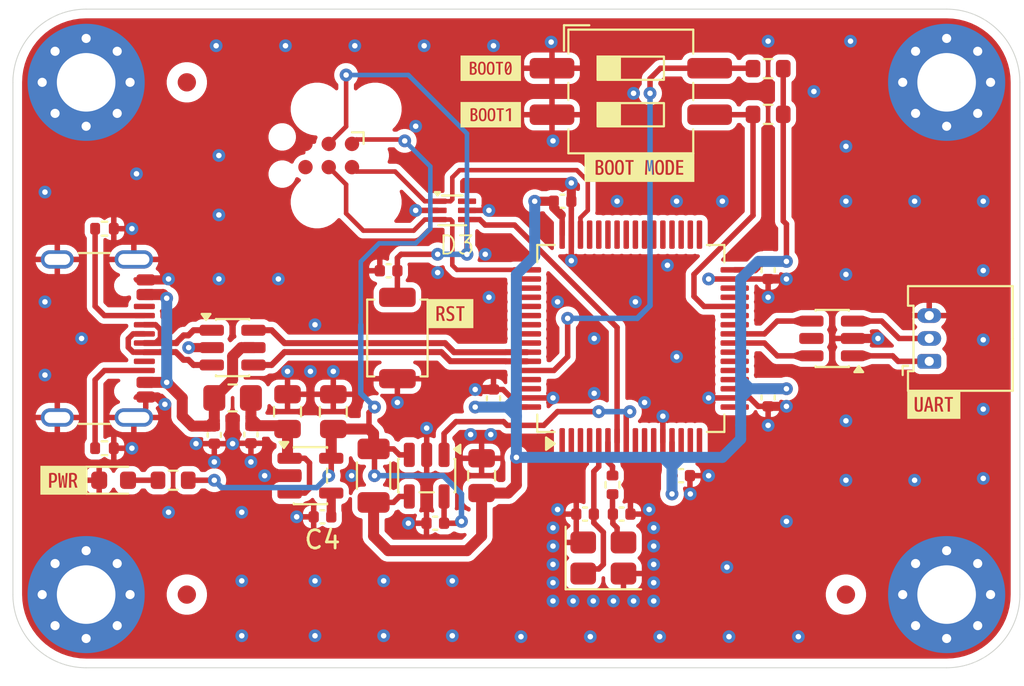
<source format=kicad_pcb>
(kicad_pcb (version 20241229) (generator "pcbnew") (generator_version "9.0")
  (layers (0 "F.Cu" signal) (4 "In1.Cu" power) (6 "In2.Cu" power) (2 "B.Cu" signal) (13 "F.Paste" user) (15 "B.Paste" user) (5 "F.SilkS" user "F.Silkscreen") (7 "B.SilkS" user "B.Silkscreen") (1 "F.Mask" user) (3 "B.Mask" user) (25 "Edge.Cuts" user))
  (net 0 "")
  (net 1 "GND")
  (net 2 "+3V3S")
  (net 3 "/NRST")
  (net 4 "/OSC_OUT")
  (net 5 "/OSC_IN")
  (net 6 "+VBUS")
  (net 7 "+VBUSF")
  (net 8 "+3V3")
  (net 9 "/LDO_BP")
  (net 10 "/USBC_D+")
  (net 11 "/USB_FS_D+")
  (net 12 "/USBC_D-")
  (net 13 "/USB_FS_D-")
  (net 14 "/SWDIO")
  (net 15 "/SWCLK")
  (net 16 "/UART8_TX")
  (net 17 "/UART8_RX")
  (net 18 "/UART_CN_TX")
  (net 19 "/UART_CN_RX")
  (net 22 "/USBC_CC1")
  (net 23 "/USBC_CC2")
  (net 25 "/BOOT0")
  (net 26 "/BOOT1")
  (net 48 "/INA_VOUT")
  (net 70 "Net-(D2-A)")
  (net 72 "Net-(C14-Pad1)")
  (footprint "Resistor_SMD:R_0603_1608Metric" (layer "F.Cu") (at 104.75 132.75 180)
    (property "Reference" "R5" (hide yes))
    (property "Value" "220")
  )
  (footprint "Resistor_SMD:R_0402_1005Metric" (layer "F.Cu") (at 101 119)
    (property "Reference" "R2" (hide yes))
    (property "Value" "5k1")
  )
  (footprint "Capacitor_SMD:C_0402_1005Metric" (layer "F.Cu") (at 119.07 135.1)
    (property "Reference" "C6" (hide yes))
    (property "Value" "0.1u")
  )
  (footprint "Capacitor_SMD:C_0402_1005Metric" (layer "F.Cu") (at 122.25 128.27 90)
    (property "Reference" "C12" (hide yes))
    (property "Value" "0.1u")
  )
  (footprint "Capacitor_SMD:C_0805_2012Metric" (layer "F.Cu") (at 121.6 132.5 90)
    (property "Reference" "C7" (hide yes))
    (property "Value" "10u")
  )
  (footprint "Package_TO_SOT_SMD:SOT-23-6" (layer "F.Cu") (at 140.75 125 180)
    (property "Reference" "D4" (hide yes))
    (property "Value" "USBLC6-2SC6")
  )
  (footprint "Capacitor_SMD:C_0402_1005Metric" (layer "F.Cu") (at 109 130.25 -90)
    (property "Reference" "C2" (hide yes))
    (property "Value" "0.1u")
  )
  (footprint "Resistor_SMD:R_0402_1005Metric" (layer "F.Cu") (at 128.75 133 90)
    (property "Reference" "R8" (hide yes))
    (property "Value" "0R")
  )
  (footprint "Capacitor_SMD:C_0402_1005Metric" (layer "F.Cu") (at 112.9075 134.75 180)
    (property "Reference" "C4")
    (property "Value" "0.1u")
  )
  (footprint "Connector_USB:USB_C_Receptacle_GCT_USB4105-xx-A_16P_TopMnt_Horizontal" (layer "F.Cu") (at 99.5 125 -90)
    (property "Reference" "J1" (hide yes))
    (property "Value" "USB_C_USB2.0_16P")
  )
  (footprint "Package_TO_SOT_SMD:SOT-23-6" (layer "F.Cu") (at 108 125.5)
    (property "Reference" "D1" (hide yes))
    (property "Value" "USBLC6-2SC6")
  )
  (footprint "Button_Switch_SMD:SW_DIP_SPSTx02_Slide_6.7x6.64mm_W8.61mm_P2.54mm_LowProfile" (layer "F.Cu") (at 129.75 111.5)
    (property "Reference" "SW1" (hide yes))
    (property "Value" "SW_DIP_x02")
  )
  (footprint "Capacitor_SMD:C_0402_1005Metric" (layer "F.Cu") (at 129.25 134.6)
    (property "Reference" "C14" (hide yes))
    (property "Value" "10p")
  )
  (footprint "Fiducial:Fiducial_1mm_Mask2mm" (layer "F.Cu") (at 105.5 139)
    (property "Reference" "FID2" (hide yes))
    (property "Value" "Fiducial")
  )
  (footprint "Capacitor_SMD:C_0402_1005Metric" (layer "F.Cu") (at 132.5 132.5)
    (property "Reference" "C11" (hide yes))
    (property "Value" "0.1u")
  )
  (footprint "Connector:Tag-Connect_TC2030-IDC-FP_2x03_P1.27mm_Vertical" (layer "F.Cu") (at 113.25 115 180)
    (property "Reference" "J2" (hide yes))
    (property "Value" "TC2030")
  )
  (footprint "Resistor_SMD:R_0402_1005Metric" (layer "F.Cu") (at 101 131)
    (property "Reference" "R1" (hide yes))
    (property "Value" "5k1")
  )
  (footprint "Button_Switch_SMD:SW_SPST_TS-1088-xR020" (layer "F.Cu") (at 117 124.975 90)
    (property "Reference" "SW2" (hide yes))
    (property "Value" "TS-1088")
  )
  (footprint "Resistor_SMD:R_1206_3216Metric" (layer "F.Cu") (at 115.7 132.5 -90)
    (property "Reference" "R4" (hide yes))
    (property "Value" "20m")
  )
  (footprint "Package_QFP:LQFP-64_10x10mm_P0.5mm" (layer "F.Cu") (at 129.75 125 90)
    (property "Reference" "U1" (hide yes))
    (property "Value" "CH32V30xRxTx")
  )
  (footprint "Connector_Molex:Molex_PicoBlade_53048-0310_1x03_P1.25mm_Horizontal" (layer "F.Cu") (at 146.05 126.25 90)
    (property "Reference" "J3" (hide yes))
    (property "Value" "53048-0310")
  )
  (footprint "Resistor_SMD:R_0805_2012Metric_Pad1.20x1.40mm_HandSolder" (layer "F.Cu") (at 108 128.25)
    (property "Reference" "R3" (hide yes))
    (property "Value" "0R")
  )
  (footprint "kibuzzard-692C82B7" (layer "F.Cu") (at 130.22 115.65)
    (property "Reference" "kibuzzard-692C82B7" (hide yes))
    (property "Value" "G***" (hide yes))
  )
  (footprint "MountingHole:MountingHole_3.2mm_M3_Pad_Via" (layer "F.Cu") (at 147 111)
    (property "Reference" "MH2" (hide yes))
    (property "Value" "M3")
  )
  (footprint "Resistor_SMD:R_0603_1608Metric" (layer "F.Cu") (at 137.25 110.25 180)
    (property "Reference" "R6" (hide yes))
    (property "Value" "10k")
  )
  (footprint "Capacitor_SMD:C_0402_1005Metric" (layer "F.Cu") (at 126.02 117.5)
    (property "Reference" "C8" (hide yes))
    (property "Value" "0.1u")
  )
  (footprint "Capacitor_SMD:C_0402_1005Metric" (layer "F.Cu") (at 107 130.27 -90)
    (property "Reference" "C1" (hide yes))
    (property "Value" "0.1u")
  )
  (footprint "kibuzzard-692C82FA" (layer "F.Cu") (at 119.9 123.64)
    (property "Reference" "kibuzzard-692C82FA" (hide yes))
    (property "Value" "G***" (hide yes))
  )
  (footprint "Capacitor_SMD:C_0402_1005Metric" (layer "F.Cu") (at 127.25 134.6 180)
    (property "Reference" "C13" (hide yes))
    (property "Value" "10p")
  )
  (footprint "MountingHole:MountingHole_3.2mm_M3_Pad_Via" (layer "F.Cu") (at 100 139)
    (property "Reference" "MH4" (hide yes))
    (property "Value" "M3")
  )
  (footprint "Crystal:Crystal_SMD_3225-4Pin_3.2x2.5mm" (layer "F.Cu") (at 128.25 137)
    (property "Reference" "X1" (hide yes))
    (property "Value" "16MHz")
  )
  (footprint "kibuzzard-692C8041" (layer "F.Cu") (at 98.75 132.75)
    (property "Reference" "kibuzzard-692C8041" (hide yes))
    (property "Value" "G***" (hide yes))
  )
  (footprint "MountingHole:MountingHole_3.2mm_M3_Pad_Via" (layer "F.Cu") (at 147 139)
    (property "Reference" "MH3" (hide yes))
    (property "Value" "M3")
  )
  (footprint "Fiducial:Fiducial_1mm_Mask2mm" (layer "F.Cu") (at 105.5 111)
    (property "Reference" "FID1" (hide yes))
    (property "Value" "Fiducial")
  )
  (footprint "Fiducial:Fiducial_1mm_Mask2mm" (layer "F.Cu") (at 141.5 139)
    (property "Reference" "FID3" (hide yes))
    (property "Value" "Fiducial")
  )
  (footprint "ch32-baseboard-lib:SOT-666IP-STM" (layer "F.Cu") (at 120 118)
    (property "Reference" "D3")
    (property "Value" "ESDALC6V1P6")
  )
  (footprint "Package_TO_SOT_SMD:SOT-23-5" (layer "F.Cu") (at 118.6 132.5 -90)
    (property "Reference" "U3" (hide yes))
    (property "Value" "INA195")
  )
  (footprint "kibuzzard-6935C0F9" (layer "F.Cu") (at 122.1 110.23)
    (property "Reference" "kibuzzard-6935C0F9" (hide yes))
    (property "Value" "G***" (hide yes))
  )
  (footprint "Capacitor_SMD:C_0805_2012Metric" (layer "F.Cu") (at 111 129 90)
    (property "Reference" "C3" (hide yes))
    (property "Value" "10u")
  )
  (footprint "Package_TO_SOT_SMD:SOT-23-5" (layer "F.Cu") (at 112.25 132.5)
    (property "Reference" "U2" (hide yes))
    (property "Value" "SPX3819M5-L-3-3")
  )
  (footprint "kibuzzard-692C811E" (layer "F.Cu") (at 146.3 128.6)
    (property "Reference" "kibuzzard-692C811E" (hide yes))
    (property "Value" "G***" (hide yes))
  )
  (footprint "kibuzzard-6935C105" (layer "F.Cu") (at 122.1 112.77)
    (property "Reference" "kibuzzard-6935C105" (hide yes))
    (property "Value" "G***" (hide yes))
  )
  (footprint "MountingHole:MountingHole_3.2mm_M3_Pad_Via" (layer "F.Cu") (at 100 111)
    (property "Reference" "MH1" (hide yes))
    (property "Value" "M3")
  )
  (footprint "Capacitor_SMD:C_0402_1005Metric" (layer "F.Cu") (at 116.52 121.3 180)
    (property "Reference" "C15" (hide yes))
    (property "Value" "0.1u")
  )
  (footprint "Capacitor_SMD:C_0805_2012Metric" (layer "F.Cu") (at 113.5 129 90)
    (property "Reference" "C5" (hide yes))
    (property "Value" "10u")
  )
  (footprint "LED_SMD:LED_0603_1608Metric" (layer "F.Cu") (at 101.5 132.75)
    (property "Reference" "D2" (hide yes))
    (property "Value" "LED")
  )
  (footprint "Capacitor_SMD:C_0402_1005Metric" (layer "F.Cu") (at 137.25 128.23 -90)
    (property "Reference" "C10" (hide yes))
    (property "Value" "0.1u")
  )
  (footprint "Capacitor_SMD:C_0402_1005Metric" (layer "F.Cu") (at 137.25 121.27 -90)
    (property "Reference" "C9" (hide yes))
    (property "Value" "0.1u")
  )
  (footprint "Resistor_SMD:R_0603_1608Metric" (layer "F.Cu") (at 137.25 112.75 180)
    (property "Reference" "R7" (hide yes))
    (property "Value" "10k")
  )
  (gr_line (start 100 107) (end 147 107) (stroke (width 0.05)) (layer "Edge.Cuts"))
  (gr_arc (start 151 139) (mid 149.828427 141.828427) (end 147 143) (stroke (width 0.05)) (layer "Edge.Cuts"))
  (gr_arc (start 100 143) (mid 97.171573 141.828427) (end 96 139) (stroke (width 0.05)) (layer "Edge.Cuts"))
  (gr_line (start 147 143) (end 100 143) (stroke (width 0.05)) (layer "Edge.Cuts"))
  (gr_line (start 151 111) (end 151 139) (stroke (width 0.05)) (layer "Edge.Cuts"))
  (gr_arc (start 147 107) (mid 149.828427 108.171573) (end 151 111) (stroke (width 0.05)) (layer "Edge.Cuts"))
  (gr_arc (start 96 111) (mid 97.171573 108.171573) (end 100 107) (stroke (width 0.05)) (layer "Edge.Cuts"))
  (gr_line (start 96 139) (end 96 111) (stroke (width 0.05)) (layer "Edge.Cuts"))
  (segment (start 135.425 121.75) (end 134 121.75) (width 0.3) (layer "F.Cu") (net 1))
  (segment (start 122.769232 127.79) (end 122.25 127.79) (width 0.3) (layer "F.Cu") (net 1))
  (segment (start 137.25 121.75) (end 138.25 121.75) (width 0.5) (layer "F.Cu") (net 1))
  (segment (start 104.45 121.8) (end 104.5 121.75) (width 0.5) (layer "F.Cu") (net 1))
  (segment (start 124.075 128.25) (end 123.229232 128.25) (width 0.3) (layer "F.Cu") (net 1))
  (segment (start 126.5 117.5) (end 126.5 119.325) (width 0.3) (layer "F.Cu") (net 1))
  (segment (start 126.77 135.77) (end 127.15 136.15) (width 0.3) (layer "F.Cu") (net 1))
  (segment (start 131.5 130.675) (end 131.5 129.25) (width 0.3) (layer "F.Cu") (net 1))
  (segment (start 124.075 128.25) (end 125.5 128.25) (width 0.3) (layer "F.Cu") (net 1))
  (segment (start 119.195 118) (end 118 118) (width 0.3) (layer "F.Cu") (net 1))
  (segment (start 106.8625 125.5) (end 105.6 125.5) (width 0.5) (layer "F.Cu") (net 1))
  (segment (start 141.8875 125) (end 143.25 125) (width 0.5) (layer "F.Cu") (net 1))
  (segment (start 103.9 128.2) (end 103.18 128.2) (width 0.5) (layer "F.Cu") (net 1))
  (segment (start 137.25 128.71) (end 138.25 128.71) (width 0.5) (layer "F.Cu") (net 1))
  (segment (start 126.77 134.6) (end 126.77 135.77) (width 0.3) (layer "F.Cu") (net 1))
  (segment (start 136.25 128.25) (end 136.71 128.71) (width 0.3) (layer "F.Cu") (net 1))
  (segment (start 135.425 128.25) (end 134 128.25) (width 0.3) (layer "F.Cu") (net 1))
  (segment (start 104.3 128.6) (end 103.9 128.2) (width 0.5) (layer "F.Cu") (net 1))
  (segment (start 120.805 118) (end 122 118) (width 0.3) (layer "F.Cu") (net 1))
  (segment (start 103.18 121.8) (end 104.45 121.8) (width 0.5) (layer "F.Cu") (net 1))
  (segment (start 123.229232 128.25) (end 122.769232 127.79) (width 0.3) (layer "F.Cu") (net 1))
  (segment (start 135.425 121.75) (end 137.25 121.75) (width 0.3) (layer "F.Cu") (net 1))
  (segment (start 126.5 117.5) (end 126.5 116.5) (width 0.5) (layer "F.Cu") (net 1))
  (segment (start 136.71 128.71) (end 137.25 128.71) (width 0.3) (layer "F.Cu") (net 1))
  (segment (start 135.425 128.25) (end 136.25 128.25) (width 0.3) (layer "F.Cu") (net 1))
  (segment (start 126.5 119.325) (end 126.5 120.75) (width 0.3) (layer "F.Cu") (net 1))
  (segment (start 121.25 127.79) (end 122.25 127.79) (width 0.5) (layer "F.Cu") (net 1))
  (via (at 107.25 118.25) (size 0.7) (drill 0.3) (layers "F.Cu" "B.Cu") (net 1))
  (via (at 117.6 135.1) (size 0.7) (drill 0.3) (layers "F.Cu" "B.Cu") (net 1))
  (via (at 128.8 139.35) (size 0.7) (drill 0.3) (layers "F.Cu" "B.Cu") (net 1))
  (via (at 135 137.5) (size 0.7) (drill 0.3) (layers "F.Cu" "B.Cu") (net 1))
  (via (at 137.25 108.75) (size 0.7) (drill 0.3) (layers "F.Cu" "B.Cu") (net 1))
  (via (at 131 135.35) (size 0.7) (drill 0.3) (layers "F.Cu" "B.Cu") (net 1))
  (via (at 145.25 132.75) (size 0.7) (drill 0.3) (layers "F.Cu" "B.Cu") (net 1))
  (via (at 120 138.25) (size 0.7) (drill 0.3) (layers "F.Cu" "B.Cu") (net 1))
  (via (at 122.1 130.25) (size 0.7) (drill 0.3) (layers "F.Cu" "B.Cu") (net 1))
  (via (at 129.9 111.6) (size 0.7) (drill 0.3) (layers "F.Cu" "B.Cu") (net 1))
  (via (at 123.75 141.3) (size 0.7) (drill 0.3) (layers "F.Cu" "B.Cu") (net 1))
  (via (at 107.25 115) (size 0.7) (drill 0.3) (layers "F.Cu" "B.Cu") (net 1))
  (via (at 137.25 122.75) (size 0.7) (drill 0.3) (layers "F.Cu" "B.Cu") (net 1))
  (via (at 114.5 132.5) (size 0.7) (drill 0.3) (layers "F.Cu" "B.Cu") (net 1))
  (via (at 149 121.2875) (size 0.7) (drill 0.3) (layers "F.Cu" "B.Cu") (net 1))
  (via (at 111.5 134.75) (size 0.7) (drill 0.3) (layers "F.Cu" "B.Cu") (net 1))
  (via (at 135.1125 141.3) (size 0.7) (drill 0.3) (layers "F.Cu" "B.Cu") (net 1))
  (via (at 125.5 128.25) (size 0.7) (drill 0.3) (layers "F.Cu" "B.Cu") (net 1))
  (via (at 113.5 126.8) (size 0.7) (drill 0.3) (layers "F.Cu" "B.Cu") (net 1))
  (via (at 127.75 125) (size 0.7) (drill 0.3) (layers "F.Cu" "B.Cu") (net 1))
  (via (at 126.5 120.75) (size 0.7) (drill 0.3) (layers "F.Cu" "B.Cu") (net 1))
  (via (at 112.5 138.25) (size 0.7) (drill 0.3) (layers "F.Cu" "B.Cu") (net 1))
  (via (at 112.5 141.25) (size 0.7) (drill 0.3) (layers "F.Cu" "B.Cu") (net 1))
  (via (at 108.5 134.5) (size 0.7) (drill 0.3) (layers "F.Cu" "B.Cu") (net 1))
  (via (at 141.5 132.75) (size 0.7) (drill 0.3) (layers "F.Cu" "B.Cu") (net 1))
  (via (at 109.75 132.5) (size 0.7) (drill 0.3) (layers "F.Cu" "B.Cu") (net 1))
  (via (at 141.75 108.75) (size 0.7) (drill 0.3) (layers "F.Cu" "B.Cu") (net 1))
  (via (at 106 130.75) (size 0.7) (drill 0.3) (layers "F.Cu" "B.Cu") (net 1))
  (via (at 125.5 136.35) (size 0.7) (drill 0.3) (layers "F.Cu" "B.Cu") (net 1))
  (via (at 107 131.75) (size 0.7) (drill 0.3) (layers "F.Cu" "B.Cu") (net 1))
  (via (at 125.5 138.35) (size 0.7) (drill 0.3) (layers "F.Cu" "B.Cu") (net 1))
  (via (at 97.75 117) (size 0.7) (drill 0.3) (layers "F.Cu" "B.Cu") (net 1))
  (via (at 121 130.25) (size 0.7) (drill 0.3) (layers "F.Cu" "B.Cu") (net 1))
  (via (at 110.5 121.75) (size 0.7) (drill 0.3) (layers "F.Cu" "B.Cu") (net 1))
  (via (at 141.5 114.5) (size 0.7) (drill 0.3) (layers "F.Cu" "B.Cu") (net 1))
  (via (at 131 139.35) (size 0.7) (drill 0.3) (layers "F.Cu" "B.Cu") (net 1))
  (via (at 129.9 139.35) (size 0.7) (drill 0.3) (layers "F.Cu" "B.Cu") (net 1))
  (via (at 131 136.35) (size 0.7) (drill 0.3) (layers "F.Cu" "B.Cu") (net 1))
  (via (at 134 132.5) (size 0.7) (drill 0.3) (layers "F.Cu" "B.Cu") (net 1))
  (via (at 102.5 131) (size 0.7) (drill 0.3) (layers "F.Cu" "B.Cu") (net 1))
  (via (at 122 118) (size 0.7) (drill 0.3) (layers "F.Cu" "B.Cu") (net 1))
  (via (at 109 131.75) (size 0.7) (drill 0.3) (layers "F.Cu" "B.Cu") (net 1))
  (via (at 139.75 111.5) (size 0.7) (drill 0.3) (layers "F.Cu" "B.Cu") (net 1))
  (via (at 105.6 125.5) (size 0.7) (drill 0.3) (layers "F.Cu" "B.Cu") (net 1))
  (via (at 110.8875 109) (size 0.7) (drill 0.3) (layers "F.Cu" "B.Cu") (net 1))
  (via (at 137.25 129.75) (size 0.7) (drill 0.3) (layers "F.Cu" "B.Cu") (net 1))
  (via (at 127.7 139.35) (size 0.7) (drill 0.3) (layers "F.Cu" "B.Cu") (net 1))
  (via (at 134 121.75) (size 0.7) (drill 0.3) (layers "F.Cu" "B.Cu") (net 1))
  (via (at 117 128.5) (size 0.7) (drill 0.3) (layers "F.Cu" "B.Cu") (net 1))
  (via (at 108 130.75) (size 0.7) (drill 0.3) (layers "F.Cu" "B.Cu") (net 1))
  (via (at 131 138.35) (size 0.7) (drill 0.3) (layers "F.Cu" "B.Cu") (net 1))
  (via (at 149 132.65) (size 0.7) (drill 0.3) (layers "F.Cu" "B.Cu") (net 1))
  (via (at 114.675 109) (size 0.7) (drill 0.3) (layers "F.Cu" "B.Cu") (net 1))
  (via (at 118.4625 109) (size 0.7) (drill 0.3) (layers "F.Cu" "B.Cu") (net 1))
  (via (at 125.75 123) (size 0.7) (drill 0.3) (layers "F.Cu" "B.Cu") (net 1))
  (via (at 120 141.25) (size 0.7) (drill 0.3) (layers "F.Cu" "B.Cu") (net 1))
  (via (at 118 118) (size 0.7) (drill 0.3) (layers "F.Cu" "B.Cu") (net 1))
  (via (at 132.25 126) (size 0.7) (drill 0.3) (layers "F.Cu" "B.Cu") (net 1))
  (via (at 102.5 119) (size 0.7) (drill 0.3) (layers "F.Cu" "B.Cu") (net 1))
  (via (at 122.25 109) (size 0.7) (drill 0.3) (layers "F.Cu" "B.Cu") (net 1))
  (via (at 127.5375 141.3) (size 0.7) (drill 0.3) (layers "F.Cu" "B.Cu") (net 1))
  (via (at 141.5 117.5) (size 0.7) (drill 0.3) (layers "F.Cu" "B.Cu") (net 1))
  (via (at 112.25 126.8) (size 0.7) (drill 0.3) (layers "F.Cu" "B.Cu") (net 1))
  (via (at 133 133.5) (size 0.7) (drill 0.3) (layers "F.Cu" "B.Cu") (net 1))
  (via (at 112.5 124.25) (size 0.7) (drill 0.3) (layers "F.Cu" "B.Cu") (net 1))
  (via (at 125.75 134.35) (size 0.7) (drill 0.3) (layers "F.Cu" "B.Cu") (net 1))
  (via (at 126.6 139.35) (size 0.7) (drill 0.3) (layers "F.Cu" "B.Cu") (net 1))
  (via (at 149 128.8625) (size 0.7) (drill 0.3) (layers "F.Cu" "B.Cu") (net 1))
  (via (at 130.75 134.35) (size 0.7) (drill 0.3) (layers "F.Cu" "B.Cu") (net 1))
  (via (at 125.4 108.8) (size 0.7) (drill 0.3) (layers "F.Cu" "B.Cu") (net 1))
  (via (at 121.8 120.4) (size 0.7) (drill 0.3) (layers "F.Cu" "B.Cu") (net 1))
  (via (at 141.5 121.5) (size 0.7) (drill 0.3) (layers "F.Cu" "B.Cu") (net 1))
  (via (at 125.5 114.2) (size 0.7) (drill 0.3) (layers "F.Cu" "B.Cu") (net 1))
  (via (at 138.25 121.75) (size 0.7) (drill 0.3) (layers "F.Cu" "B.Cu") (net 1))
  (via (at 131.325 141.3) (size 0.7) (drill 0.3) (layers "F.Cu" "B.Cu") (net 1))
  (via (at 125.5 137.35) (size 0.7) (drill 0.3) (layers "F.Cu" "B.Cu") (net 1))
  (via (at 125.5 135.35) (size 0.7) (drill 0.3) (layers "F.Cu" "B.Cu") (net 1))
  (via (at 107.25 121.75) (size 0.7) (drill 0.3) (layers "F.Cu" "B.Cu") (net 1))
  (via (at 131.5 129.25) (size 0.7) (drill 0.3) (layers "F.Cu" "B.Cu") (net 1))
  (via (at 131 137.35) (size 0.7) (drill 0.3) (layers "F.Cu" "B.Cu") (net 1))
  (via (at 111 126.8) (size 0.7) (drill 0.3) (layers "F.Cu" "B.Cu") (net 1))
  (via (at 131.75 121) (size 0.7) (drill 0.3) (layers "F.Cu" "B.Cu") (net 1))
  (via (at 125.5 139.35) (size 0.7) (drill 0.3) (layers "F.Cu" "B.Cu") (net 1))
  (via (at 138.9 141.3) (size 0.7) (drill 0.3) (layers "F.Cu" "B.Cu") (net 1))
  (via (at 134 128.25) (size 0.7) (drill 0.3) (layers "F.Cu" "B.Cu") (net 1))
  (via (at 104.5 121.75) (size 0.7) (drill 0.3) (layers "F.Cu" "B.Cu") (net 1))
  (via (at 119.2 121.4) (size 0.7) (drill 0.3) (layers "F.Cu" "B.Cu") (net 1))
  (via (at 97.75 123) (size 0.7) (drill 0.3) (layers "F.Cu" "B.Cu") (net 1))
  (via (at 116.25 138.25) (size 0.7) (drill 0.3) (layers "F.Cu" "B.Cu") (net 1))
  (via (at 143.25 125) (size 0.7) (drill 0.3) (layers "F.Cu" "B.Cu") (net 1))
  (via (at 107.1 109) (size 0.7) (drill 0.3) (layers "F.Cu" "B.Cu") (net 1))
  (via (at 149 125.075) (size 0.7) (drill 0.3) (layers "F.Cu" "B.Cu") (net 1))
  (via (at 108.5 138.25) (size 0.7) (drill 0.3) (layers "F.Cu" "B.Cu") (net 1))
  (via (at 129 117.5) (size 0.7) (drill 0.3) (layers "F.Cu" "B.Cu") (net 1))
  (via (at 104.5 134.5) (size 0.7) (drill 0.3) (layers "F.Cu" "B.Cu") (net 1))
  (via (at 118 113.4) (size 0.7) (drill 0.3) (layers "F.Cu" "B.Cu") (net 1))
  (via (at 132.25 117.5) (size 0.7) (drill 0.3) (layers "F.Cu" "B.Cu") (net 1))
  (via (at 126.5 116.5) (size 0.7) (drill 0.3) (layers "F.Cu" "B.Cu") (net 1))
  (via (at 116.25 141.25) (size 0.7) (drill 0.3) (layers "F.Cu" "B.Cu") (net 1))
  (via (at 138.25 135) (size 0.7) (drill 0.3) (layers "F.Cu" "B.Cu") (net 1))
  (via (at 134.75 117.5) (size 0.7) (drill 0.3) (layers "F.Cu" "B.Cu") (net 1))
  (via (at 102.75 116) (size 0.7) (drill 0.3) (layers "F.Cu" "B.Cu") (net 1))
  (via (at 104.3 128.6) (size 0.7) (drill 0.3) (layers "F.Cu" "B.Cu") (net 1))
  (via (at 130.5 128.5) (size 0.7) (drill 0.3) (layers "F.Cu" "B.Cu") (net 1))
  (via (at 97.75 127) (size 0.7) (drill 0.3) (layers "F.Cu" "B.Cu") (net 1))
  (via (at 145.25 117.5) (size 0.7) (drill 0.3) (layers "F.Cu" "B.Cu") (net 1))
  (via (at 149 117.5) (size 0.7) (drill 0.3) (layers "F.Cu" "B.Cu") (net 1))
  (via (at 122 122.75) (size 0.7) (drill 0.3) (layers "F.Cu" "B.Cu") (net 1))
  (via (at 127.75 128) (size 0.7) (drill 0.3) (layers "F.Cu" "B.Cu") (net 1))
  (via (at 99.75 125) (size 0.7) (drill 0.3) (layers "F.Cu" "B.Cu") (net 1))
  (via (at 141.5 129.5) (size 0.7) (drill 0.3) (layers "F.Cu" "B.Cu") (net 1))
  (via (at 121.25 127.79) (size 0.7) (drill 0.3) (layers "F.Cu" "B.Cu") (net 1))
  (via (at 138.25 128.71) (size 0.7) (drill 0.3) (layers "F.Cu" "B.Cu") (net 1))
  (via (at 118.6 129.9) (size 0.7) (drill 0.3) (layers "F.Cu" "B.Cu") (net 1))
  (via (at 130 123) (size 0.7) (drill 0.3) (layers "F.Cu" "B.Cu") (net 1))
  (via (at 108.5 141.25) (size 0.7) (drill 0.3) (layers "F.Cu" "B.Cu") (net 1))
  (segment (start 132 132.52) (end 132.02 132.5) (width 0.6) (layer "F.Cu") (net 2))
  (segment (start 138.075 112.75) (end 138.075 110.25) (width 0.3) (layer "F.Cu") (net 2))
  (segment (start 137.25 120.79) (end 136.909 120.79) (width 0.5) (layer "F.Cu") (net 2))
  (segment (start 138.075 112.75) (end 138.075 118.575) (width 0.3) (layer "F.Cu") (net 2))
  (segment (start 123.05 133.45) (end 123.5 133) (width 0.6) (layer "F.Cu") (net 2))
  (segment (start 122.95 128.75) (end 124.075 128.75) (width 0.3) (layer "F.Cu") (net 2))
  (segment (start 115.7 133.9625) (end 116.7875 133.9625) (width 0.3) (layer "F.Cu") (net 2))
  (segment (start 132 133.5) (end 132 132.52) (width 0.6) (layer "F.Cu") (net 2))
  (segment (start 125.54 117.841) (end 125.949 118.25) (width 0.5) (layer "F.Cu") (net 2))
  (segment (start 121.6 133.45) (end 123.05 133.45) (width 0.6) (layer "F.Cu") (net 2))
  (segment (start 116.5 136.6) (end 120.8 136.6) (width 0.6) (layer "F.Cu") (net 2))
  (segment (start 138.25 120.79) (end 138.25 118.75) (width 0.3) (layer "F.Cu") (net 2))
  (segment (start 124.5 117.5) (end 125.54 117.5) (width 0.5) (layer "F.Cu") (net 2))
  (segment (start 132 131.75) (end 132 132.48) (width 0.5) (layer "F.Cu") (net 2))
  (segment (start 121.6 135.8) (end 121.6 133.45) (width 0.6) (layer "F.Cu") (net 2))
  (segment (start 117.1125 133.6375) (end 117.65 133.6375) (width 0.3) (layer "F.Cu") (net 2))
  (segment (start 138.075 118.575) (end 138.25 118.75) (width 0.3) (layer "F.Cu") (net 2))
  (segment (start 115.7 135.8) (end 116.5 136.6) (width 0.6) (layer "F.Cu") (net 2))
  (segment (start 136.449 121.25) (end 135.425 121.25) (width 0.3) (layer "F.Cu") (net 2))
  (segment (start 115.7 133.9625) (end 115.7 135.8) (width 0.6) (layer "F.Cu") (net 2))
  (segment (start 123.5 133) (end 123.5 131.5) (width 0.6) (layer "F.Cu") (net 2))
  (segment (start 125.54 117.5) (end 125.54 117.841) (width 0.5) (layer "F.Cu") (net 2))
  (segment (start 132 132.48) (end 132.02 132.5) (width 0.5) (layer "F.Cu") (net 2))
  (segment (start 137.25 127.75) (end 136.75 127.75) (width 0.6) (layer "F.Cu") (net 2))
  (segment (start 120.8 136.6) (end 121.6 135.8) (width 0.6) (layer "F.Cu") (net 2))
  (segment (start 138.25 127.75) (end 137.25 127.75) (width 0.6) (layer "F.Cu") (net 2))
  (segment (start 136.909 120.79) (end 136.5 121.199) (width 0.5) (layer "F.Cu") (net 2))
  (segment (start 122.25 128.75) (end 121.25 128.75) (width 0.5) (layer "F.Cu") (net 2))
  (segment (start 125.949 118.25) (end 126 118.301) (width 0.3) (layer "F.Cu") (net 2))
  (segment (start 116.7875 133.9625) (end 117.1125 133.6375) (width 0.3) (layer "F.Cu") (net 2))
  (segment (start 132 130.675) (end 132 131.75) (width 0.3) (layer "F.Cu") (net 2))
  (segment (start 126 118.301) (end 126 119.325) (width 0.3) (layer "F.Cu") (net 2))
  (segment (start 136.5 121.199) (end 136.449 121.25) (width 0.3) (layer "F.Cu") (net 2))
  (segment (start 137.25 120.79) (end 138.25 120.79) (width 0.5) (layer "F.Cu") (net 2))
  (segment (start 122.25 128.75) (end 122.95 128.75) (width 0.5) (layer "F.Cu") (net 2))
  (segment (start 136.75 127.75) (end 135.425 127.75) (width 0.3) (layer "F.Cu") (net 2))
  (via (at 123.5 131.5) (size 0.7) (drill 0.3) (layers "F.Cu" "B.Cu") (net 2))
  (via (at 138.25 127.75) (size 0.7) (drill 0.3) (layers "F.Cu" "B.Cu") (net 2))
  (via (at 124.5 117.5) (size 0.7) (drill 0.3) (layers "F.Cu" "B.Cu") (net 2))
  (via (at 121.25 128.75) (size 0.7) (drill 0.3) (layers "F.Cu" "B.Cu") (net 2))
  (via (at 138.25 120.79) (size 0.7) (drill 0.3) (layers "F.Cu" "B.Cu") (net 2))
  (via (at 132 133.5) (size 0.7) (drill 0.3) (layers "F.Cu" "B.Cu") (net 2))
  (segment (start 135.75 128.25) (end 135.75 127.25) (width 0.6) (layer "B.Cu") (net 2))
  (segment (start 136.71 120.79) (end 138.25 120.79) (width 0.6) (layer "B.Cu") (net 2))
  (segment (start 124.5 120.5) (end 124.5 117.5) (width 0.6) (layer "B.Cu") (net 2))
  (segment (start 123 128.75) (end 123.5 128.25) (width 0.6) (layer "B.Cu") (net 2))
  (segment (start 134.75 131.5) (end 135.75 130.5) (width 0.6) (layer "B.Cu") (net 2))
  (segment (start 135.75 129.75) (end 135.75 128.25) (width 0.6) (layer "B.Cu") (net 2))
  (segment (start 135.75 121.75) (end 136.71 120.79) (width 0.6) (layer "B.Cu") (net 2))
  (segment (start 123 128.75) (end 121.25 128.75) (width 0.6) (layer "B.Cu") (net 2))
  (segment (start 131.5 131.5) (end 132 132) (width 0.6) (layer "B.Cu") (net 2))
  (segment (start 123.5 129.25) (end 123.5 128.25) (width 0.6) (layer "B.Cu") (net 2))
  (segment (start 131.5 131.5) (end 132.5 131.5) (width 0.6) (layer "B.Cu") (net 2))
  (segment (start 132 132) (end 132 133.5) (width 0.6) (layer "B.Cu") (net 2))
  (segment (start 123.5 121.5) (end 124.5 120.5) (width 0.6) (layer "B.Cu") (net 2))
  (segment (start 136.25 127.75) (end 135.75 127.25) (width 0.6) (layer "B.Cu") (net 2))
  (segment (start 135.75 130.5) (end 135.75 129.75) (width 0.6) (layer "B.Cu") (net 2))
  (segment (start 123.5 129.25) (end 123 128.75) (width 0.6) (layer "B.Cu") (net 2))
  (segment (start 132.5 131.5) (end 134.75 131.5) (width 0.6) (layer "B.Cu") (net 2))
  (segment (start 136.25 127.75) (end 138.25 127.75) (width 0.6) (layer "B.Cu") (net 2))
  (segment (start 135.75 127.25) (end 135.75 121.75) (width 0.6) (layer "B.Cu") (net 2))
  (segment (start 123.5 129.25) (end 123.5 131.5) (width 0.6) (layer "B.Cu") (net 2))
  (segment (start 132 132) (end 132.5 131.5) (width 0.6) (layer "B.Cu") (net 2))
  (segment (start 135.75 128.25) (end 136.25 127.75) (width 0.6) (layer "B.Cu") (net 2))
  (segment (start 131.5 131.5) (end 123.5 131.5) (width 0.6) (layer "B.Cu") (net 2))
  (segment (start 123.5 128.25) (end 123.5 121.5) (width 0.6) (layer "B.Cu") (net 2))
  (segment (start 129 124.4) (end 129 130.675) (width 0.3) (layer "F.Cu") (net 3))
  (segment (start 117 122.75) (end 117 121.3) (width 0.3) (layer "F.Cu") (net 3))
  (segment (start 117 121.3) (end 117 120.6) (width 0.3) (layer "F.Cu") (net 3))
  (segment (start 121.8 118.8) (end 123.4 118.8) (width 0.3) (layer "F.Cu") (net 3))
  (segment (start 114.2 113.415) (end 114.2 110.6) (width 0.25) (layer "F.Cu") (net 3))
  (segment (start 120.8 120.4) (end 120.8 118.505) (width 0.3) (layer "F.Cu") (net 3))
  (segment (start 120.8 118.505) (end 120.805 118.5) (width 0.3) (layer "F.Cu") (net 3))
  (segment (start 123.4 118.8) (end 129 124.4) (width 0.3) (layer "F.Cu") (net 3))
  (segment (start 117 120.6) (end 117.2 120.4) (width 0.3) (layer "F.Cu") (net 3))
  (segment (start 120.805 118.5) (end 121.5 118.5) (width 0.3) (layer "F.Cu") (net 3))
  (segment (start 117.2 120.4) (end 119.2 120.4) (width 0.3) (layer "F.Cu") (net 3))
  (segment (start 121.5 118.5) (end 121.8 118.8) (width 0.3) (layer "F.Cu") (net 3))
  (segment (start 113.25 114.365) (end 114.2 113.415) (width 0.25) (layer "F.Cu") (net 3))
  (via (at 120.8 120.4) (size 0.7) (drill 0.3) (layers "F.Cu" "B.Cu") (net 3))
  (via (at 119.2 120.4) (size 0.7) (drill 0.3) (layers "F.Cu" "B.Cu") (net 3))
  (via (at 114.2 110.6) (size 0.7) (drill 0.3) (layers "F.Cu" "B.Cu") (net 3))
  (segment (start 114.2 110.6) (end 117.6 110.6) (width 0.25) (layer "B.Cu") (net 3))
  (segment (start 117.6 110.6) (end 120.8 113.8) (width 0.25) (layer "B.Cu") (net 3))
  (segment (start 120.8 113.8) (end 120.8 120.4) (width 0.25) (layer "B.Cu") (net 3))
  (segment (start 119.2 120.4) (end 120.8 120.4) (width 0.3) (layer "B.Cu") (net 3))
  (segment (start 128.5 131.75) (end 128.75 132) (width 0.3) (layer "F.Cu") (net 4))
  (segment (start 128.75 132) (end 128.75 132.49) (width 0.3) (layer "F.Cu") (net 4))
  (segment (start 128.5 130.675) (end 128.5 131.75) (width 0.3) (layer "F.Cu") (net 4))
  (segment (start 127.73 135.08) (end 127.75 135.1) (width 0.3) (layer "F.Cu") (net 5))
  (segment (start 128 132) (end 128 130.675) (width 0.3) (layer "F.Cu") (net 5))
  (segment (start 128 137.6) (end 127.4 137.6) (width 0.3) (layer "F.Cu") (net 5))
  (segment (start 127.73 134.6) (end 127.73 135.08) (width 0.3) (layer "F.Cu") (net 5))
  (segment (start 127.75687 135.1) (end 128.25 135.59313) (width 0.3) (layer "F.Cu") (net 5))
  (segment (start 127.73 132.27) (end 128 132) (width 0.3) (layer "F.Cu") (net 5))
  (segment (start 127.75 135.1) (end 127.75687 135.1) (width 0.3) (layer "F.Cu") (net 5))
  (segment (start 128.25 137.35) (end 128 137.6) (width 0.3) (layer "F.Cu") (net 5))
  (segment (start 128.25 135.59313) (end 128.25 137.35) (width 0.3) (layer "F.Cu") (net 5))
  (segment (start 127.73 134.6) (end 127.73 132.27) (width 0.3) (layer "F.Cu") (net 5))
  (segment (start 108 127.25) (end 107 128.25) (width 0.6) (layer "F.Cu") (net 6))
  (segment (start 108 125.975001) (end 108 127.25) (width 0.6) (layer "F.Cu") (net 6))
  (segment (start 107 129.5) (end 107 128.25) (width 0.6) (layer "F.Cu") (net 6))
  (segment (start 103.18 127.4) (end 104.4 127.4) (width 0.6) (layer "F.Cu") (net 6))
  (segment (start 105.79 129.79) (end 106.5 129.79) (width 0.6) (layer "F.Cu") (net 6))
  (segment (start 106.5 129.79) (end 107 129.79) (width 0.6) (layer "F.Cu") (net 6))
  (segment (start 104.2 122.6) (end 104.4 122.8) (width 0.6) (layer "F.Cu") (net 6))
  (segment (start 106.5 129.79) (end 106.71 129.79) (width 0.6) (layer "F.Cu") (net 6))
  (segment (start 103.255 122.6) (end 104.2 122.6) (width 0.6) (layer "F.Cu") (net 6))
  (segment (start 104.4 127.4) (end 105.25 128.25) (width 0.6) (layer "F.Cu") (net 6))
  (segment (start 105.25 128.25) (end 105.25 129.25) (width 0.6) (layer "F.Cu") (net 6))
  (segment (start 106.71 129.79) (end 107 129.5) (width 0.6) (layer "F.Cu") (net 6))
  (segment (start 108.475001 125.5) (end 108 125.975001) (width 0.6) (layer "F.Cu") (net 6))
  (segment (start 105.25 129.25) (end 105.79 129.79) (width 0.6) (layer "F.Cu") (net 6))
  (segment (start 107 129.79) (end 107 129.5) (width 0.6) (layer "F.Cu") (net 6))
  (segment (start 109.1375 125.5) (end 108.475001 125.5) (width 0.6) (layer "F.Cu") (net 6))
  (via (at 104.4 127.4) (size 0.7) (drill 0.3) (layers "F.Cu" "B.Cu") (net 6))
  (via (at 104.4 122.8) (size 0.7) (drill 0.3) (layers "F.Cu" "B.Cu") (net 6))
  (segment (start 104.4 122.8) (end 104.4 127.4) (width 0.6) (layer "B.Cu") (net 6))
  (segment (start 112.2 131.8) (end 111.95 131.55) (width 0.3) (layer "F.Cu") (net 7))
  (segment (start 111.95 131.55) (end 111.1125 131.55) (width 0.3) (layer "F.Cu") (net 7))
  (segment (start 109 129.25) (end 109 129.77) (width 0.6) (layer "F.Cu") (net 7))
  (segment (start 109.4 129.77) (end 110.97 129.77) (width 0.6) (layer "F.Cu") (net 7))
  (segment (start 109 129.25) (end 109 129.37) (width 0.6) (layer "F.Cu") (net 7))
  (segment (start 109 129.37) (end 109.4 129.77) (width 0.6) (layer "F.Cu") (net 7))
  (segment (start 109 129.77) (end 109.4 129.77) (width 0.6) (layer "F.Cu") (net 7))
  (segment (start 111 129.95) (end 111 131.5) (width 0.6) (layer "F.Cu") (net 7))
  (segment (start 110.97 129.77) (end 111 129.8) (width 0.6) (layer "F.Cu") (net 7))
  (segment (start 111.95 133.45) (end 112.2 133.2) (width 0.3) (layer "F.Cu") (net 7))
  (segment (start 112.2 133.2) (end 112.2 131.8) (width 0.3) (layer "F.Cu") (net 7))
  (segment (start 111.1125 133.45) (end 111.95 133.45) (width 0.3) (layer "F.Cu") (net 7))
  (segment (start 109 128.25) (end 109 129.25) (width 0.6) (layer "F.Cu") (net 7))
  (segment (start 115.45 129.95) (end 115.7 130.2) (width 0.6) (layer "F.Cu") (net 8))
  (segment (start 115.75 131.0875) (end 115.7 131.0375) (width 0.3) (layer "F.Cu") (net 8))
  (segment (start 115.7 131.0375) (end 116.7875 131.0375) (width 0.3) (layer "F.Cu") (net 8))
  (segment (start 113.3875 130.0625) (end 113.5 129.95) (width 0.6) (layer "F.Cu") (net 8))
  (segment (start 113.3875 131.55) (end 113.3875 132.3625) (width 0.3) (layer "F.Cu") (net 8))
  (segment (start 115.7 130.2) (end 115.7 131.0375) (width 0.6) (layer "F.Cu") (net 8))
  (segment (start 107 132.75) (end 105.575 132.75) (width 0.3) (layer "F.Cu") (net 8))
  (segment (start 116.7875 131.0375) (end 117.1125 131.3625) (width 0.3) (layer "F.Cu") (net 8))
  (segment (start 114.7603 114.1247) (end 117.3247 114.1247) (width 0.25) (layer "F.Cu") (net 8))
  (segment (start 115.75 132.5) (end 115.75 131.0875) (width 0.3) (layer "F.Cu") (net 8))
  (segment (start 117.1125 131.3625) (end 117.65 131.3625) (width 0.3) (layer "F.Cu") (net 8))
  (segment (start 117.3247 114.1247) (end 117.4 114.2) (width 0.25) (layer "F.Cu") (net 8))
  (segment (start 115.75 128.75) (end 115.45 129.05) (width 0.3) (layer "F.Cu") (net 8))
  (segment (start 120.4 135.1) (end 120.5 135) (width 0.3) (layer "F.Cu") (net 8))
  (segment (start 115.45 129.05) (end 115.45 129.95) (width 0.3) (layer "F.Cu") (net 8))
  (segment (start 119.55 135.1) (end 119.55 133.6375) (width 0.3) (layer "F.Cu") (net 8))
  (segment (start 113.5 129.95) (end 115.45 129.95) (width 0.6) (layer "F.Cu") (net 8))
  (segment (start 113.3875 132.3625) (end 113.25 132.5) (width 0.3) (layer "F.Cu") (net 8))
  (segment (start 114.52 114.365) (end 114.7603 114.1247) (width 0.25) (layer "F.Cu") (net 8))
  (segment (start 119.55 135.1) (end 120.4 135.1) (width 0.3) (layer "F.Cu") (net 8))
  (segment (start 113.3875 131.55) (end 113.3875 130.0625) (width 0.6) (layer "F.Cu") (net 8))
  (via (at 117.4 114.2) (size 0.7) (drill 0.3) (layers "F.Cu" "B.Cu") (net 8))
  (via (at 120.5 135) (size 0.7) (drill 0.3) (layers "F.Cu" "B.Cu") (net 8))
  (via (at 115.75 132.5) (size 0.7) (drill 0.3) (layers "F.Cu" "B.Cu") (net 8))
  (via (at 113.25 132.5) (size 0.7) (drill 0.3) (layers "F.Cu" "B.Cu") (net 8))
  (via (at 115.75 128.75) (size 0.7) (drill 0.3) (layers "F.Cu" "B.Cu") (net 8))
  (via (at 107 132.75) (size 0.7) (drill 0.3) (layers "F.Cu" "B.Cu") (net 8))
  (segment (start 120.5 135) (end 120.5 134) (width 0.3) (layer "B.Cu") (net 8))
  (segment (start 120.5 133.5) (end 120 133) (width 0.3) (layer "B.Cu") (net 8))
  (segment (start 107.401 133.151) (end 107 132.75) (width 0.3) (layer "B.Cu") (net 8))
  (segment (start 112.599 133.151) (end 107.401 133.151) (width 0.3) (layer "B.Cu") (net 8))
  (segment (start 115 120.8) (end 115 124.25) (width 0.25) (layer "B.Cu") (net 8))
  (segment (start 115 128) (end 115.75 128.75) (width 0.3) (layer "B.Cu") (net 8))
  (segment (start 116 119.8) (end 115 120.8) (width 0.25) (layer "B.Cu") (net 8))
  (segment (start 117.4 114.2) (end 117.374 114.226) (width 0.25) (layer "B.Cu") (net 8))
  (segment (start 118 119.8) (end 116 119.8) (width 0.25) (layer "B.Cu") (net 8))
  (segment (start 117.4 114.2) (end 118.8 115.6) (width 0.25) (layer "B.Cu") (net 8))
  (segment (start 118.8 115.6) (end 118.8 119) (width 0.25) (layer "B.Cu") (net 8))
  (segment (start 118.8 119) (end 118 119.8) (width 0.25) (layer "B.Cu") (net 8))
  (segment (start 119.5 132.5) (end 115.75 132.5) (width 0.3) (layer "B.Cu") (net 8))
  (segment (start 115 124.25) (end 115 128) (width 0.3) (layer "B.Cu") (net 8))
  (segment (start 113.25 132.5) (end 112.599 133.151) (width 0.3) (layer "B.Cu") (net 8))
  (segment (start 120.5 134) (end 120.5 133.5) (width 0.3) (layer "B.Cu") (net 8))
  (segment (start 120 133) (end 119.5 132.5) (width 0.3) (layer "B.Cu") (net 8))
  (segment (start 113.3875 134.75) (end 113.3875 133.45) (width 0.5) (layer "F.Cu") (net 9))
  (segment (start 104.042501 125.75) (end 104.047501 125.745) (width 0.33) (layer "F.Cu") (net 10))
  (segment (start 104.047501 125.745) (end 104.900305 125.745) (width 0.33) (layer "F.Cu") (net 10))
  (segment (start 103.18 125.75) (end 104.042501 125.75) (width 0.33) (layer "F.Cu") (net 10))
  (segment (start 104.900305 125.745) (end 105.323305 126.168) (width 0.33) (layer "F.Cu") (net 10))
  (segment (start 102.302 125.483652) (end 102.568348 125.75) (width 0.3) (layer "F.Cu") (net 10))
  (segment (start 105.586749 126.168) (end 105.868749 126.45) (width 0.33) (layer "F.Cu") (net 10))
  (segment (start 102.568348 125.75) (end 103.18 125.75) (width 0.3) (layer "F.Cu") (net 10))
  (segment (start 105.868749 126.45) (end 106.8625 126.45) (width 0.33) (layer "F.Cu") (net 10))
  (segment (start 102.568348 124.75) (end 102.302 125.016348) (width 0.3) (layer "F.Cu") (net 10))
  (segment (start 105.323305 126.168) (end 105.586749 126.168) (width 0.33) (layer "F.Cu") (net 10))
  (segment (start 103.18 124.75) (end 102.568348 124.75) (width 0.3) (layer "F.Cu") (net 10))
  (segment (start 102.302 125.016348) (end 102.302 125.483652) (width 0.3) (layer "F.Cu") (net 10))
  (segment (start 119.398518 125.745) (end 119.898518 126.245) (width 0.33) (layer "F.Cu") (net 11))
  (segment (start 119.898518 126.245) (end 122.907499 126.245) (width 0.33) (layer "F.Cu") (net 11))
  (segment (start 122.907499 126.245) (end 122.912499 126.25) (width 0.33) (layer "F.Cu") (net 11))
  (segment (start 122.912499 126.25) (end 124.075 126.25) (width 0.33) (layer "F.Cu") (net 11))
  (segment (start 109.1375 126.45) (end 110.131251 126.45) (width 0.33) (layer "F.Cu") (net 11))
  (segment (start 110.131251 126.45) (end 110.836251 125.745) (width 0.33) (layer "F.Cu") (net 11))
  (segment (start 110.836251 125.745) (end 119.398518 125.745) (width 0.33) (layer "F.Cu") (net 11))
  (segment (start 104.058 124.983652) (end 103.791652 125.25) (width 0.3) (layer "F.Cu") (net 12))
  (segment (start 103.791652 124.25) (end 104.058 124.516348) (width 0.3) (layer "F.Cu") (net 12))
  (segment (start 105.868749 124.55) (end 106.8625 124.55) (width 0.33) (layer "F.Cu") (net 12))
  (segment (start 104.927 125.25) (end 104.932 125.255) (width 0.33) (layer "F.Cu") (net 12))
  (segment (start 105.323305 124.832) (end 105.586749 124.832) (width 0.33) (layer "F.Cu") (net 12))
  (segment (start 103.791652 125.25) (end 103.18 125.25) (width 0.3) (layer "F.Cu") (net 12))
  (segment (start 105.586749 124.832) (end 105.868749 124.55) (width 0.33) (layer "F.Cu") (net 12))
  (segment (start 103.18 125.25) (end 104.927 125.25) (width 0.33) (layer "F.Cu") (net 12))
  (segment (start 104.932 125.255) (end 104.932 125.223305) (width 0.33) (layer "F.Cu") (net 12))
  (segment (start 104.058 124.516348) (end 104.058 124.983652) (width 0.3) (layer "F.Cu") (net 12))
  (segment (start 104.932 125.223305) (end 105.323305 124.832) (width 0.33) (layer "F.Cu") (net 12))
  (segment (start 103.18 124.25) (end 103.791652 124.25) (width 0.3) (layer "F.Cu") (net 12))
  (segment (start 122.912499 125.75) (end 124.075 125.75) (width 0.33) (layer "F.Cu") (net 13))
  (segment (start 109.1375 124.55) (end 110.131251 124.55) (width 0.33) (layer "F.Cu") (net 13))
  (segment (start 120.101482 125.755) (end 122.907499 125.755) (width 0.33) (layer "F.Cu") (net 13))
  (segment (start 119.601482 125.255) (end 120.101482 125.755) (width 0.33) (layer "F.Cu") (net 13))
  (segment (start 122.907499 125.755) (end 122.912499 125.75) (width 0.33) (layer "F.Cu") (net 13))
  (segment (start 110.131251 124.55) (end 110.836251 125.255) (width 0.33) (layer "F.Cu") (net 13))
  (segment (start 110.836251 125.255) (end 119.601482 125.255) (width 0.33) (layer "F.Cu") (net 13))
  (segment (start 120.4 115.8) (end 126.8 115.8) (width 0.25) (layer "F.Cu") (net 14))
  (segment (start 116.8753 115.8753) (end 114.7603 115.8753) (width 0.25) (layer "F.Cu") (net 14))
  (segment (start 127.4 118) (end 127 118.4) (width 0.25) (layer "F.Cu") (net 14))
  (segment (start 126.8 115.8) (end 127.4 116.4) (width 0.25) (layer "F.Cu") (net 14))
  (segment (start 119.195 117.5) (end 119.9 117.5) (width 0.25) (layer "F.Cu") (net 14))
  (segment (start 127.4 116.4) (end 127.4 118) (width 0.25) (layer "F.Cu") (net 14))
  (segment (start 120 117.4) (end 120 116.2) (width 0.25) (layer "F.Cu") (net 14))
  (segment (start 114.7603 115.8753) (end 114.52 115.635) (width 0.25) (layer "F.Cu") (net 14))
  (segment (start 127 118.4) (end 127 119.325) (width 0.25) (layer "F.Cu") (net 14))
  (segment (start 120 116.2) (end 120.4 115.8) (width 0.25) (layer "F.Cu") (net 14))
  (segment (start 119.9 117.5) (end 120 117.4) (width 0.25) (layer "F.Cu") (net 14))
  (segment (start 118.5 117.5) (end 116.8753 115.8753) (width 0.25) (layer "F.Cu") (net 14))
  (segment (start 119.195 117.5) (end 118.5 117.5) (width 0.25) (layer "F.Cu") (net 14))
  (segment (start 119.195 118.5) (end 119.9 118.5) (width 0.25) (layer "F.Cu") (net 15))
  (segment (start 119.9 118.5) (end 120 118.6) (width 0.25) (layer "F.Cu") (net 15))
  (segment (start 120 121) (end 120.25 121.25) (width 0.25) (layer "F.Cu") (net 15))
  (segment (start 114.2 118.166709) (end 114.2 116.585) (width 0.25) (layer "F.Cu") (net 15))
  (segment (start 118.5 118.5) (end 117.89255 119.10745) (width 0.25) (layer "F.Cu") (net 15))
  (segment (start 120 118.6) (end 120 121) (width 0.25) (layer "F.Cu") (net 15))
  (segment (start 115.140741 119.10745) (end 114.2 118.166709) (width 0.25) (layer "F.Cu") (net 15))
  (segment (start 119.195 118.5) (end 118.5 118.5) (width 0.25) (layer "F.Cu") (net 15))
  (segment (start 114.2 116.585) (end 113.25 115.635) (width 0.25) (layer "F.Cu") (net 15))
  (segment (start 117.89255 119.10745) (end 115.140741 119.10745) (width 0.25) (layer "F.Cu") (net 15))
  (segment (start 120.25 121.25) (end 124.075 121.25) (width 0.25) (layer "F.Cu") (net 15))
  (segment (start 137.75 125.95) (end 139.6125 125.95) (width 0.3) (layer "F.Cu") (net 16))
  (segment (start 137.05 125.25) (end 137.75 125.95) (width 0.3) (layer "F.Cu") (net 16))
  (segment (start 135.425 125.25) (end 137.05 125.25) (width 0.3) (layer "F.Cu") (net 16))
  (segment (start 137.05 124.75) (end 137.75 124.05) (width 0.3) (layer "F.Cu") (net 17))
  (segment (start 135.425 124.75) (end 137.05 124.75) (width 0.3) (layer "F.Cu") (net 17))
  (segment (start 137.75 124.05) (end 139.6125 124.05) (width 0.3) (layer "F.Cu") (net 17))
  (segment (start 141.8875 125.95) (end 144.05 125.95) (width 0.3) (layer "F.Cu") (net 18))
  (segment (start 144.05 125.95) (end 144.35 126.25) (width 0.3) (layer "F.Cu") (net 18))
  (segment (start 144.35 126.25) (end 146.05 126.25) (width 0.3) (layer "F.Cu") (net 18))
  (segment (start 144.4 125) (end 146.05 125) (width 0.3) (layer "F.Cu") (net 19))
  (segment (start 143.45 124.05) (end 144.4 125) (width 0.3) (layer "F.Cu") (net 19))
  (segment (start 141.8875 124.05) (end 143.45 124.05) (width 0.3) (layer "F.Cu") (net 19))
  (segment (start 103.18 123.75) (end 101 123.75) (width 0.3) (layer "F.Cu") (net 22))
  (segment (start 101 123.75) (end 100.49 123.24) (width 0.3) (layer "F.Cu") (net 22))
  (segment (start 100.49 123.24) (end 100.49 119) (width 0.3) (layer "F.Cu") (net 22))
  (segment (start 100.49 127.26) (end 100.49 131) (width 0.3) (layer "F.Cu") (net 23))
  (segment (start 101 126.75) (end 100.49 127.26) (width 0.3) (layer "F.Cu") (net 23))
  (segment (start 103.18 126.75) (end 101 126.75) (width 0.3) (layer "F.Cu") (net 23))
  (segment (start 136.405 110.23) (end 136.425 110.25) (width 0.3) (layer "F.Cu") (net 25))
  (segment (start 125.55 126.75) (end 126.3 126) (width 0.3) (layer "F.Cu") (net 25))
  (segment (start 134.055 110.23) (end 136.405 110.23) (width 0.3) (layer "F.Cu") (net 25))
  (segment (start 130.8 110.8) (end 131.37 110.23) (width 0.3) (layer "F.Cu") (net 25))
  (segment (start 124.075 126.75) (end 125.55 126.75) (width 0.3) (layer "F.Cu") (net 25))
  (segment (start 130.8 111.6) (end 130.8 110.8) (width 0.3) (layer "F.Cu") (net 25))
  (segment (start 131.37 110.23) (end 134.055 110.23) (width 0.3) (layer "F.Cu") (net 25))
  (segment (start 126.3 126) (end 126.3 123.9) (width 0.3) (layer "F.Cu") (net 25))
  (via (at 126.3 123.9) (size 0.7) (drill 0.3) (layers "F.Cu" "B.Cu") (net 25))
  (via (at 130.8 111.6) (size 0.7) (drill 0.3) (layers "F.Cu" "B.Cu") (net 25))
  (segment (start 130.8 123.2) (end 130.8 111.6) (width 0.3) (layer "B.Cu") (net 25))
  (segment (start 126.3 123.9) (end 130.1 123.9) (width 0.3) (layer "B.Cu") (net 25))
  (segment (start 130.1 123.9) (end 130.3 123.7) (width 0.3) (layer "B.Cu") (net 25))
  (segment (start 130.3 123.7) (end 130.8 123.2) (width 0.3) (layer "B.Cu") (net 25))
  (segment (start 133.75 123.25) (end 135.425 123.25) (width 0.3) (layer "F.Cu") (net 26))
  (segment (start 134.055 112.77) (end 136.405 112.77) (width 0.3) (layer "F.Cu") (net 26))
  (segment (start 136.425 112.75) (end 136.425 118.275) (width 0.3) (layer "F.Cu") (net 26))
  (segment (start 136.425 118.275) (end 133.2 121.5) (width 0.3) (layer "F.Cu") (net 26))
  (segment (start 133.2 121.5) (end 133.2 122.7) (width 0.3) (layer "F.Cu") (net 26))
  (segment (start 136.405 112.77) (end 136.425 112.75) (width 0.3) (layer "F.Cu") (net 26))
  (segment (start 133.2 122.7) (end 133.75 123.25) (width 0.3) (layer "F.Cu") (net 26))
  (segment (start 119.55 130.2) (end 119.75 130) (width 0.3) (layer "F.Cu") (net 48))
  (segment (start 122.799 129.549) (end 123 129.75) (width 0.3) (layer "F.Cu") (net 48))
  (segment (start 119.55 131.3625) (end 119.55 130.2) (width 0.3) (layer "F.Cu") (net 48))
  (segment (start 125.75 129) (end 128 129) (width 0.3) (layer "F.Cu") (net 48))
  (segment (start 129.7 129) (end 129.5 129.2) (width 0.3) (layer "F.Cu") (net 48))
  (segment (start 120.201 129.549) (end 122.799 129.549) (width 0.3) (layer "F.Cu") (net 48))
  (segment (start 123 129.75) (end 125 129.75) (width 0.3) (layer "F.Cu") (net 48))
  (segment (start 119.75 130) (end 120.201 129.549) (width 0.3) (layer "F.Cu") (net 48))
  (segment (start 129.5 129.2) (end 129.5 130.675) (width 0.3) (layer "F.Cu") (net 48))
  (segment (start 125 129.75) (end 125.75 129) (width 0.3) (layer "F.Cu") (net 48))
  (via (at 128 129) (size 0.7) (drill 0.3) (layers "F.Cu" "B.Cu") (net 48))
  (via (at 129.7 129) (size 0.7) (drill 0.3) (layers "F.Cu" "B.Cu") (net 48))
  (segment (start 128 129) (end 129.7 129) (width 0.3) (layer "B.Cu") (net 48))
  (segment (start 102.2875 132.75) (end 103.925 132.75) (width 0.3) (layer "F.Cu") (net 70))
  (segment (start 128.75 134.58) (end 128.77 134.6) (width 0.3) (layer "F.Cu") (net 72))
  (segment (start 128.75 133.51) (end 128.75 134.58) (width 0.3) (layer "F.Cu") (net 72))
  (segment (start 129 135.35) (end 129 136.35) (width 0.3) (layer "F.Cu") (net 72))
  (segment (start 129 136.35) (end 129 135.85) (width 0.3) (layer "F.Cu") (net 72))
  (segment (start 128.77 135.12) (end 129 135.35) (width 0.3) (layer "F.Cu") (net 72))
  (segment (start 128.77 134.6) (end 128.77 135.12) (width 0.3) (layer "F.Cu") (net 72))
  (zone (net 1) (net_name "GND") (layer "F.Cu") (name "L1_LDO_BP") (priority 2) (connect_pads (clearance 0.3)) (min_thickness 0.2) (fill yes (thermal_gap 0.3) (thermal_bridge_width 0.3) (smoothing fillet) (radius 0.2))
    (polygon (pts (xy 96 144) (xy 96 106.5) (xy 151.25 106.75) (xy 151.25 144)))
  )
  (zone (net 0) (net_name "") (layer "F.Cu") (name "KEEPOUT") (connect_pads (clearance 0)) (min_thickness 0.25)
    (keepout (tracks allowed) (vias allowed) (pads allowed) (copperpour not_allowed) (footprints allowed))
    (fill (thermal_gap 0.5) (thermal_bridge_width 0.5))
    (polygon (pts (xy 111.9 129.2) (xy 111.9 130.6) (xy 112.6 130.6) (xy 112.6 129.2)))
  )
  (zone (net 0) (net_name "") (layer "F.Cu") (name "KEEPOUT") (connect_pads yes (clearance 0)) (min_thickness 0.2)
    (keepout (tracks allowed) (vias allowed) (pads allowed) (copperpour not_allowed) (footprints allowed))
    (fill (thermal_gap 0.3) (thermal_bridge_width 0.3))
    (polygon (pts (xy 134.25 121) (xy 133.5 121.5) (xy 133.5 122.5) (xy 134 123) (xy 134.5 123) (xy 134.5 121)))
  )
  (zone (net 0) (net_name "") (layer "F.Cu") (name "KEEPOUT") (connect_pads yes (clearance 0)) (min_thickness 0.2)
    (keepout (tracks allowed) (vias allowed) (pads allowed) (copperpour not_allowed) (footprints allowed))
    (fill (thermal_gap 0.3) (thermal_bridge_width 0.3))
    (polygon (pts (xy 116.2 133.55) (xy 116.2 134.55) (xy 116.8 134.55) (xy 116.8 133.55)))
  )
)
</source>
